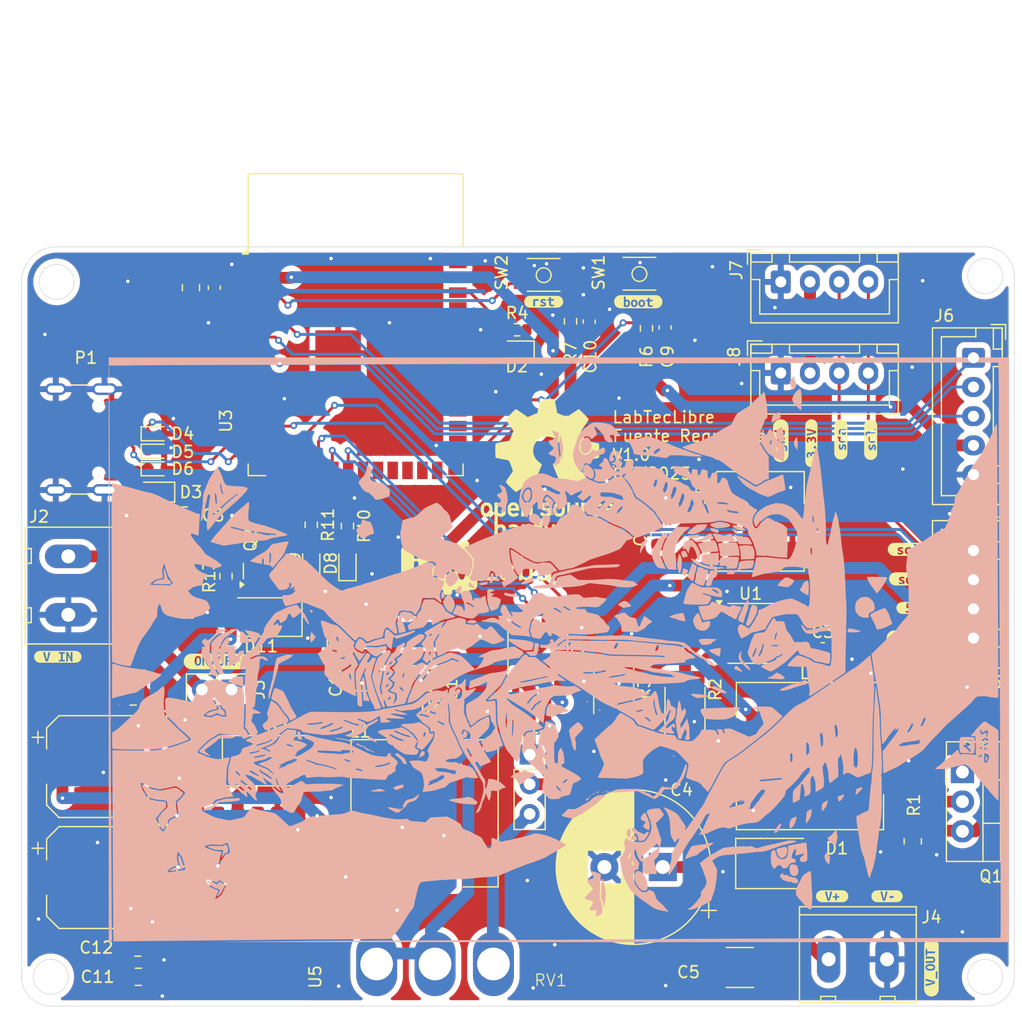
<source format=kicad_pcb>
(kicad_pcb (version 20240108) (generator "pcbnew") (generator_version "8.0")
  (layers (0 "F.Cu" signal) (31 "B.Cu" signal) (34 "B.Paste" user) (35 "F.Paste" user) (36 "B.SilkS" user "B.Silkscreen") (37 "F.SilkS" user "F.Silkscreen") (38 "B.Mask" user) (39 "F.Mask" user) (44 "Edge.Cuts" user))
  (net 0 "")
  (net 1 "VIN_12V")
  (net 2 "GND")
  (net 3 "Net-(U1-REF)")
  (net 4 "V_HV")
  (net 5 "+3V3")
  (net 6 "/V_USB")
  (net 7 "/IO0")
  (net 8 "/RESET")
  (net 9 "Net-(U5-VC)")
  (net 10 "VIN_5V")
  (net 11 "+5V")
  (net 12 "Net-(D1-A)")
  (net 13 "Net-(D2-A)")
  (net 14 "Net-(D3-A)")
  (net 15 "USB_D+")
  (net 16 "USB_D-")
  (net 17 "Net-(D7-K)")
  (net 18 "Net-(D8-A)")
  (net 19 "Net-(D9-A)")
  (net 20 "Net-(F1-Pad1)")
  (net 21 "/VIN")
  (net 22 "R_pot_2")
  (net 23 "R_pot_1")
  (net 24 "FB")
  (net 25 "SDA")
  (net 26 "SCL")
  (net 27 "RS_SW")
  (net 28 "RS_CLK")
  (net 29 "RS_D")
  (net 32 "Net-(Q1-G)")
  (net 33 "Net-(Q1-S)")
  (net 34 "R_pot")
  (net 35 "/IO2")
  (net 36 "LED")
  (net 37 "SPI_CS")
  (net 38 "SPI_MOSI")
  (net 39 "SPI_SCLK")
  (net 48 "U0RXD")
  (net 58 "U0TXD")
  (net 60 "SPI_MISO")
  (net 63 "FB_P")
  (footprint "Capacitor_SMD:C_0805_2012Metric" (layer "F.Cu") (at 60 112.5)
    (property "Reference" "C11")
    (property "Value" "1u")
  )
  (footprint "Resistor_SMD:R_0603_1608Metric" (layer "F.Cu") (at 74.8 73.8 -90)
    (property "Reference" "R11")
    (property "Value" "1k")
  )
  (footprint "Resistor_SMD:R_0603_1608Metric" (layer "F.Cu") (at 103.5 56.975 90)
    (property "Reference" "R6")
    (property "Value" "10K")
  )
  (footprint "Connector_JST:JST_XH_B4B-XH-A_1x04_P2.50mm_Vertical" (layer "F.Cu") (at 115 60.8)
    (property "Reference" "J8")
    (property "Value" "HDR-4x1")
  )
  (footprint "Diode_SMD:D_SMB" (layer "F.Cu") (at 114.8 102.8)
    (property "Reference" "D1")
    (property "Value" "D")
  )
  (footprint "Capacitor_SMD:CP_Elec_8x10.5" (layer "F.Cu") (at 56.5 94.5)
    (property "Reference" "C15")
    (property "Value" "330uF")
  )
  (footprint "kibuzzard-67D7A185" (layer "F.Cu") (at 125.9 75.9)
    (property "Reference" "kibuzzard-67D7A185" (hide yes))
    (property "Value" "G***" (hide yes))
  )
  (footprint "Resistor_SMD:R_0603_1608Metric" (layer "F.Cu") (at 97 56.375 90)
    (property "Reference" "R7")
    (property "Value" "10K")
  )
  (footprint "Inductor_SMD:L_12x12mm_H8mm" (layer "F.Cu") (at 84.5 98.5 90)
    (property "Reference" "L1")
    (property "Value" "47uH")
  )
  (footprint "Capacitor_SMD:C_0603_1608Metric" (layer "F.Cu") (at 66.5 53.5 -90)
    (property "Reference" "C7" (hide yes))
    (property "Value" "100n")
  )
  (footprint "kibuzzard-67D7A0F3" (layer "F.Cu") (at 53.1 85.1)
    (property "Reference" "kibuzzard-67D7A0F3" (hide yes))
    (property "Value" "G***" (hide yes))
  )
  (footprint "Diode_SMD:D_SMA" (layer "F.Cu") (at 70.5 81.7 180)
    (property "Reference" "D11")
    (property "Value" "D_Schottky")
  )
  (footprint "LED_SMD:LED_0603_1608Metric" (layer "F.Cu") (at 77.9 77.1 90)
    (property "Reference" "D8")
    (property "Value" "LED")
  )
  (footprint "LED_SMD:LED_0603_1608Metric" (layer "F.Cu") (at 74.8 77.0875 90)
    (property "Reference" "D9")
    (property "Value" "LED")
  )
  (footprint "Capacitor_SMD:C_0603_1608Metric" (layer "F.Cu") (at 98.6 56.4 -90)
    (property "Reference" "C10")
    (property "Value" "100n")
  )
  (footprint "IoWLabsConnectors:Tb-2x1-5p-TH-V" (layer "F.Cu") (at 121.6 111 180)
    (property "Reference" "J4")
    (property "Value" "VIN")
  )
  (footprint "Package_TO_SOT_THT:TO-220-3_Vertical" (layer "F.Cu") (at 130.555 94.96 -90)
    (property "Reference" "Q1")
    (property "Value" "Q_NMOS_Depletion_GDS")
  )
  (footprint "Connector_JST:JST_XH_B4B-XH-A_1x04_P2.50mm_Vertical" (layer "F.Cu") (at 115 53)
    (property "Reference" "J7")
    (property "Value" "HDR-4x1")
  )
  (footprint "kibuzzard-67D7A162" (layer "F.Cu") (at 66.7 85.5)
    (property "Reference" "kibuzzard-67D7A162" (hide yes))
    (property "Value" "G***" (hide yes))
  )
  (footprint "Connector_JST:JST_XH_B5B-XH-A_1x05_P2.50mm_Vertical" (layer "F.Cu") (at 131.5 59.5 -90)
    (property "Reference" "J6")
    (property "Value" "HDR-5x1")
  )
  (footprint "Connector_USB:USB_C_Receptacle_GCT_USB4105-xx-A_16P_TopMnt_Horizontal" (layer "F.Cu") (at 54 66.5 -90)
    (property "Reference" "P1")
    (property "Value" "USB_C_Plug_USB2.0")
  )
  (footprint "Resistor_SMD:R_0805_2012Metric" (layer "F.Cu") (at 126.3 100.9 -90)
    (property "Reference" "R1")
    (property "Value" "10m")
  )
  (footprint "Capacitor_SMD:C_0805_2012Metric" (layer "F.Cu") (at 63.95 73 180)
    (property "Reference" "C8")
    (property "Value" "10u")
  )
  (footprint "Resistor_SMD:R_0603_1608Metric" (layer "F.Cu") (at 67.5 78.2 90)
    (property "Reference" "R13")
    (property "Value" "10K")
  )
  (footprint "Fuse:Fuse_1206_3216Metric" (layer "F.Cu") (at 62.4 81.1 -90)
    (property "Reference" "F1")
    (property "Value" "FUSE")
  )
  (footprint "Capacitor_SMD:CP_Elec_8x10.5" (layer "F.Cu") (at 56.5 104)
    (property "Reference" "C13")
    (property "Value" "220uF")
  )
  (footprint "Capacitor_SMD:C_0805_2012Metric" (layer "F.Cu") (at 76.9 83.9 -90)
    (property "Reference" "C16")
    (property "Value" "1u")
  )
  (footprint "kibuzzard-67D7A185" (layer "F.Cu") (at 122.7 66.505008 90)
    (property "Reference" "kibuzzard-67D7A185" (hide yes))
    (property "Value" "G***" (hide yes))
  )
  (footprint "IoWLabs:SMD_SWITCH" (layer "F.Cu") (at 102.9 52.3 180)
    (property "Reference" "SW1")
    (property "Value" "SW_DIP_x02")
  )
  (footprint "IoWLabsConnectors:Tb-2x1-5p-TH-V" (layer "F.Cu") (at 54 79 90)
    (property "Reference" "J2")
    (property "Value" "VIN")
  )
  (footprint "IoWLabs:PDB18 - Rotary Potentiometer" (layer "F.Cu") (at 85.4 111.4)
    (property "Reference" "RV1")
    (property "Value" "R_Potentiometer")
  )
  (footprint "Diode_SMD:D_SOD-323" (layer "F.Cu") (at 61.5 71 180)
    (property "Reference" "D3")
    (property "Value" "1N5819WS")
  )
  (footprint "RF_Module:ESP32-S3-WROOM-1" (layer "F.Cu") (at 78.6 56.64)
    (property "Reference" "U3")
    (property "Value" "ESP32-S3-WROOM-1")
  )
  (footprint "Symbol:OSHW-Logo_11.4x12mm_SilkScreen" (layer "F.Cu") (at 95 69)
    (property "Reference" "REF**" (hide yes))
    (property "Value" "OSHW-Logo_11.4x12mm_SilkScreen" (hide yes))
  )
  (footprint "kibuzzard-67D7A0C2" (layer "F.Cu") (at 124.1 105.6)
    (property "Reference" "kibuzzard-67D7A0C2" (hide yes))
    (property "Value" "G***" (hide yes))
  )
  (footprint "Resistor_SMD:R_0603_1608Metric" (layer "F.Cu") (at 75.5 104.175 -90)
    (property "Reference" "R9")
    (property "Value" "3.3K")
  )
  (footprint "Capacitor_THT:CP_Radial_D13.0mm_P5.00mm" (layer "F.Cu") (at 104.9 103.1 180)
    (property "Reference" "C4")
    (property "Value" "47u")
  )
  (footprint "Diode_SMD:D_SMB_Handsoldering" (layer "F.Cu") (at 71.9 94)
    (property "Reference" "D7")
    (property "Value" "B540")
  )
  (footprint "Capacitor_SMD:C_0805_2012Metric" (layer "F.Cu") (at 59.55 88.5)
    (property "Reference" "C14")
    (property "Value" "1u")
  )
  (footprint "Package_SO:SO-8_3.9x4.9mm_P1.27mm" (layer "F.Cu") (at 112.425 83.095)
    (property "Reference" "U1")
    (property "Value" "MAX1771xSA")
  )
  (footprint "kibuzzard-67D7A19B" (layer "F.Cu") (at 120.144318 66.492084 90)
    (property "Reference" "kibuzzard-67D7A19B" (hide yes))
    (property "Value" "G***" (hide yes))
  )
  (footprint "Capacitor_SMD:C_0603_1608Metric" (layer "F.Cu") (at 104.4 74.7 90)
    (property "Reference" "C2")
    (property "Value" "100n")
  )
  (footprint "Resistor_SMD:R_2512_6332Metric" (layer "F.Cu") (at 106.8 89.9 90)
    (property "Reference" "R2")
    (property "Value" "1M")
  )
  (footprint "kibuzzard-67D7A1B2" (layer "F.Cu") (at 115 66.6 90)
    (property "Reference" "kibuzzard-67D7A1B2" (hide yes))
    (property "Value" "G***" (hide yes))
  )
  (footprint "Package_TO_SOT_SMD:SOT-23" (layer "F.Cu") (at 70.55 77.7625 90)
    (property "Reference" "Q2")
    (property "Value" "Q_PMOS_GSD")
  )
  (footprint "Diode_SMD:D_SOD-523" (layer "F.Cu") (at 61.5 66)
    (property "Reference" "D4")
    (property "Value" "LESD5D5.0CT1G")
  )
  (footprint "Resistor_SMD:R_0603_1608Metric" (layer "F.Cu") (at 92.425 57.1)
    (property "Reference" "R4")
    (property "Value" "330")
  )
  (footprint "kibuzzard-67D7A14C" (layer "F.Cu") (at 59.5 76.8 90)
    (property "Reference" "kibuzzard-67D7A14C" (hide yes))
    (property "Value" "G***" (hide yes))
  )
  (footprint "kibuzzard-67D7A229" (layer "F.Cu") (at 117.622886 66.815832 90)
    (property "Reference" "kibuzzard-67D7A229" (hide yes))
    (property "Value" "G***" (hide yes))
  )
  (footprint "Resistor_SMD:R_0603_1608Metric" (layer "F.Cu") (at 75.5 101.175 -90)
    (property "Reference" "R8")
    (property "Value" "10K")
  )
  (footprint "Capacitor_SMD:C_0805_2012Metric" (layer "F.Cu") (at 86.9 84.2 90)
    (property "Reference" "C17")
    (property "Value" "1u")
  )
  (footprint "Connector_JST:JST_XH_B4B-XH-A_1x04_P2.50mm_Vertical" (layer "F.Cu") (at 131.5 76 -90)
    (property "Reference" "J5")
    (property "Value" "HDR-4x1")
  )
  (footprint "Capacitor_SMD:C_0805_2012Metric" (layer "F.Cu") (at 59.95 110)
    (property "Reference" "C12")
    (property "Value" "1u")
  )
  (footprint "Capacitor_SMD:C_0603_1608Metric" (layer "F.Cu") (at 118.6 84.4)
    (property "Reference" "C3")
    (property "Value" "100n")
  )
  (footprint "Diode_SMD:D_SOD-523" (layer "F.Cu") (at 61.5 69)
    (property "Reference" "D6")
    (property "Value" "LESD5D5.0CT1G")
  )
  (footprint "kibuzzard-67D7A0FE" (layer "F.Cu") (at 59.5 81.8 90)
    (property "Reference" "kibuzzard-67D7A0FE" (hide yes))
    (property "Value" "G***" (hide yes))
  )
  (footprint "kibuzzard-67D7A1B2" (layer "F.Cu") (at 125.9 83.5)
    (property "Reference" "kibuzzard-67D7A1B2" (hide yes))
    (property "Value" "G***" (hide yes))
  )
  (footprint "kibuzzard-67D7A19B" (layer "F.Cu") (at 126 78.428379)
    (property "Reference" "kibuzzard-67D7A19B" (hide yes))
    (property "Value" "G***" (hide yes))
  )
  (footprint "Package_SO:SOIC-8_3.9x4.9mm_P1.27mm" (layer "F.Cu") (at 94.2 84.8 -90)
    (property "Reference" "U2")
    (property "Value" "MCP41050")
  )
  (footprint "Resistor_SMD:R_2512_6332Metric" (layer "F.Cu") (at 100.7 87.8 -90)
    (property "Reference" "R3")
    (property "Value" "15K")
  )
  (footprint "kibuzzard-67D7A262" (layer "F.Cu") (at 102.8 54.7)
    (property "Reference" "kibuzzard-67D7A262" (hide yes))
    (property "Value" "G***" (hide yes))
  )
  (footprint "Connector_PinHeader_2.54mm:PinHeader_1x03_P2.54mm_Vertical" (layer "F.Cu") (at 93.5 93.475)
    (property "Reference" "J1")
    (property "Value" "HDR-3x1")
  )
  (footprint "LED_SMD:LED_0603_1608Metric" (layer "F.Cu") (at 92.4 58.8 180)
    (property "Reference" "D2")
    (property "Value" "LED")
  )
  (footprint "Inductor_SMD:L_12x12mm_H6mm" (layer "F.Cu") (at 117.5 93.6)
    (property "Reference" "L2")
    (property "Value" "100uH")
  )
  (footprint "Capacitor_SMD:CP_Elec_8x10" (layer "F.Cu") (at 112.75 73.5)
    (property "Reference" "C1")
    (property "Value" "100u")
  )
  (footprint "kibuzzard-67D7A0B2" (layer "F.Cu") (at 119.4 105.6)
    (property "Reference" "kibuzzard-67D7A0B2" (hide yes))
    (property "Value" "G***" (hide yes))
  )
  (footprint "kibuzzard-67D7A1A6" (layer "F.Cu") (at 126.3 80.913462)
    (property "Reference" "kibuzzard-67D7A1A6" (hide yes))
    (property "Value" "G***" (hide yes))
  )
  (footprint "Package_TO_SOT_SMD:TO-263-5_TabPin3" (layer "F.Cu") (at 68.5 107.875 -90)
    (property "Reference" "U5")
    (property "Value" "XL4015")
  )
  (footprint "IoWLabsLogos:IoWLabs_logo_13mm" (layer "F.Cu") (at 89 77.5)
    (property "Reference" "G***" (hide yes))
    (property "Value" "LOGO" (hide yes))
  )
  (footprint "Diode_SMD:D_SOD-523" (layer "F.Cu") (at 61.5 67.5)
    (property "Reference" "D5")
    (property "Value" "LESD5D5.0CT1G")
  )
  (footprint "kibuzzard-67D7A0EB" (layer "F.Cu") (at 127.9 111.7 90)
    (property "Reference" "kibuzzard-67D7A0EB" (hide yes))
    (property "Value" "G***" (hide yes))
  )
  (footprint "Connector_PinHeader_2.54mm:PinHeader_1x02_P2.54mm_Vertical" (layer "F.Cu") (at 67.975 87.9 -90)
    (property "Reference" "J3")
    (property "Value" "ON OFF")
  )
  (footprint "Capacitor_SMD:C_1812_4532Metric" (layer "F.Cu") (at 111.5 111.7 180)
    (property "Reference" "C5")
    (property "Value" "100n")
  )
  (footprint "Package_TO_SOT_SMD:SOT-223-3_TabPin2" (layer "F.Cu") (at 81.7 86.1 -90)
    (property "Reference" "U6")
    (property "Value" "LM1117MP-3.3")
  )
  (footprint "Capacitor_SMD:C_0805_2012Metric" (layer "F.Cu") (at 64.5 53.5 -90)
    (property "Reference" "C6" (hide yes))
    (property "Value" "10u")
  )
  (footprint "IoWLabs:SMD_SWITCH" (layer "F.Cu") (at 94.7 52.4 180)
    (property "Reference" "SW2")
    (property "Value" "SW_DIP_x02")
  )
  (footprint "Resistor_SMD:R_0603_1608Metric" (layer "F.Cu") (at 77.9 73.9 -90)
    (property "Reference" "R10")
    (property "Value" "1k")
  )
  (footprint "kibuzzard-67D7A27B" (layer "F.Cu") (at 94.7 54.7)
    (property "Reference" "kibuzzard-67D7A27B" (hide yes))
    (property "Value" "G***" (hide yes))
  )
  (footprint "Capacitor_SMD:C_0603_1608Metric" (layer "F.Cu") (at 105.1 56.9 -90)
    (property "Reference" "C9")
    (property "Value" "100n")
  )
  (footprint "IoWLabsLogos:hellboy" (layer "B.Cu") (at 96 84.5 -90)
    (property "Reference" "G***")
    (property "Value" "LOGO" (hide yes))
  )
  (gr_line (start 132.5 50) (end 53 50) (stroke (width 0.05)) (layer "Edge.Cuts"))
  (gr_circle (center 132.5 112.5) (end 132.5 111) (stroke (width 0.05)) (fill none) (layer "Edge.Cuts"))
  (gr_circle (center 132.5 52.5) (end 132.5 51) (stroke (width 0.05)) (fill none) (layer "Edge.Cuts"))
  (gr_arc (start 50 53) (mid 50.87868 50.87868) (end 53 50) (stroke (width 0.05)) (layer "Edge.Cuts"))
  (gr_arc (start 135 112.5) (mid 134.267767 114.267767) (end 132.5 115) (stroke (width 0.05)) (layer "Edge.Cuts"))
  (gr_arc (start 132.5 50) (mid 134.267767 50.732233) (end 135 52.5) (stroke (width 0.05)) (layer "Edge.Cuts"))
  (gr_line (start 50 53) (end 50 112.5) (stroke (width 0.05)) (layer "Edge.Cuts"))
  (gr_line (start 52.5 115) (end 132.5 115) (stroke (width 0.05)) (layer "Edge.Cuts"))
  (gr_arc (start 52.5 115) (mid 50.732233 114.267767) (end 50 112.5) (stroke (width 0.05)) (layer "Edge.Cuts"))
  (gr_line (start 135 112.5) (end 135 52.5) (stroke (width 0.05)) (layer "Edge.Cuts"))
  (gr_circle (center 53 53) (end 53 51.5) (stroke (width 0.05)) (fill none) (layer "Edge.Cuts"))
  (gr_circle (center 52.5 112.5) (end 52.5 111) (stroke (width 0.05)) (fill none) (layer "Edge.Cuts"))
  (gr_text "LabTecLibre\nFuente Regulabre\nV1.0\n03/2025" (at 100.5 70 0) (layer "F.SilkS") (effects (font (size 1 1)) (justify left bottom)))
  (segment (start 65.1 100.225) (end 59.663256 100.225) (width 1.016) (layer "F.Cu") (net 1))
  (segment (start 56.15 107.35) (end 52.8 104) (width 1.016) (layer "F.Cu") (net 1))
  (segment (start 112.55 93.6) (end 112.55 90.15) (width 1.016) (layer "F.Cu") (net 1))
  (segment (start 109.5 76.4) (end 109.5 73.5) (width 1.016) (layer "F.Cu") (net 1))
  (segment (start 105.325 75.475) (end 107.3 73.5) (width 1.016) (layer "F.Cu") (net 1))
  (segment (start 59.663256 100.225) (end 56.15 103.738256) (width 1.016) (layer "F.Cu") (net 1))
  (segment (start 112.55 90.15) (end 112 89.6) (width 1.016) (layer "F.Cu") (net 1))
  (segment (start 104.4 75.475) (end 105.325 75.475) (width 1.016) (layer "F.Cu") (net 1))
  (segment (start 107.3 73.5) (end 109.5 73.5) (width 1.016) (layer "F.Cu") (net 1))
  (segment (start 67.975 89.625) (end 65.1 92.5) (width 1.016) (layer "F.Cu") (net 1))
  (segment (start 59.05 112.5) (end 59.05 110.05) (width 1.016) (layer "F.Cu") (net 1))
  (segment (start 109.027448 82.46) (end 107.8 81.232552) (width 1.016) (layer "F.Cu") (net 1))
  (segment (start 106.9 79) (end 109.5 76.4) (width 1.016) (layer "F.Cu") (net 1))
  (segment (start 105.5 79) (end 106.9 79) (width 1.016) (layer "F.Cu") (net 1))
  (segment (start 59.05 110.05) (end 59 110) (width 1.016) (layer "F.Cu") (net 1))
  (segment (start 59 110) (end 58.8 110) (width 1.016) (layer "F.Cu") (net 1))
  (segment (start 56.15 103.738256) (end 56.15 107.35) (width 1.016) (layer "F.Cu") (net 1))
  (segment (start 58.8 110) (end 56.15 107.35) (width 1.016) (layer "F.Cu") (net 1))
  (segment (start 107.8 81.232552) (end 107.8 78.1) (width 1.016) (layer "F.Cu") (net 1))
  (segment (start 65.1 92.5) (end 65.1 100.225) (width 1.016) (layer "F.Cu") (net 1))
  (segment (start 67.975 87.9) (end 67.975 89.625) (width 1.016) (layer "F.Cu") (net 1))
  (segment (start 109.85 82.46) (end 109.027448 82.46) (width 1.016) (layer "F.Cu") (net 1))
  (via (at 112 89.6) (size 0.6) (drill 0.3) (layers "F.Cu" "B.Cu") (net 1))
  (via (at 105.5 79) (size 0.6) (drill 0.3) (layers "F.Cu" "B.Cu") (net 1))
  (segment (start 70.575 85.3) (end 67.975 87.9) (width 1.016) (layer "B.Cu") (net 1))
  (segment (start 97.8 85.3) (end 97 85.3) (width 1.016) (layer "B.Cu") (net 1))
  (segment (start 105.5 79) (end 104.1 79) (width 1.016) (layer "B.Cu") (net 1))
  (segment (start 107.7 85.3) (end 97 85.3) (width 1.016) (layer "B.Cu") (net 1))
  (segment (start 112 89.6) (end 107.7 85.3) (width 1.016) (layer "B.Cu") (net 1))
  (segment (start 104.1 79) (end 97.8 85.3) (width 1.016) (layer "B.Cu") (net 1))
  (segment (start 97 85.3) (end 70.575 85.3) (width 1.016) (layer "B.Cu") (net 1))
  (segment (start 120.2 84.4) (end 121.1 85.3) (width 1.016) (layer "F.Cu") (net 2))
  (segment (start 62.5 67.5) (end 62.8 67.2) (width 0.254) (layer "F.Cu") (net 2))
  (segment (start 62.2 65.5) (end 63 64.7) (width 0.254) (layer "F.Cu") (net 2))
  (segment (start 93.85 51.65) (end 93.9 51.6) (width 1.016) (layer "F.Cu") (net 2))
  (segment (start 62.2 67.5) (end 62.5 67.5) (width 0.254) (layer "F.Cu") (net 2))
  (segment (start 62.2 66) (end 62.2 65.5) (width 0.254) (layer "F.Cu") (net 2))
  (segment (start 60.2 104) (end 62.5 104) (width 1.016) (layer "F.Cu") (net 2))
  (segment (start 97.95 51.65) (end 98.1 51.8) (width 1.016) (layer "F.Cu") (net 2))
  (segment (start 69.85 51.38) (end 68.12 51.38) (width 0.3048) (layer "F.Cu") (net 2))
  (segment (start 119.375 84.4) (end 120.2 84.4) (width 1.016) (layer "F.Cu") (net 2))
  (segment (start 96.625 51.65) (end 97.95 51.65) (width 1.016) (layer "F.Cu") (net 2))
  (segment (start 92.775 51.65) (end 93.85 51.65) (width 1.016) (layer "F.Cu") (net 2))
  (segment (start 68.12 51.38) (end 68 51.5) (width 0.3048) (layer "F.Cu") (net 2))
  (segment (start 62.5 104) (end 63.4 103.1) (width 1.016) (layer "F.Cu") (net 2))
  (via (at 76.5 97.15) (size 0.6) (drill 0.3) (layers "F.Cu" "B.Cu") (net 2))
  (via (at 108 68.2) (size 0.6) (drill 0.3) (layers "F.Cu" "B.Cu") (net 2))
  (via (at 93.3 104.25) (size 0.6) (drill 0.3) (layers "F.Cu" "B.Cu") (net 2))
  (via (at 99 93.2) (size 0.6) (drill 0.3) (layers "F.Cu" "B.Cu") (net 2))
  (via (at 114.5 55.2) (size 0.6) (drill 0.3) (layers "F.Cu" "B.Cu") (net 2))
  (via (at 89.25 83.35) (size 0.6) (drill 0.3) (layers "F.Cu" "B.Cu") (net 2))
  (via (at 64 90.5) (size 0.6) (drill 0.3) (layers "F.Cu" "B.Cu") (net 2))
  (via (at 128.35 102.05) (size 0.6) (drill 0.3) (layers "F.Cu" "B.Cu") (net 2))
  (via (at 107.65 58) (size 0.6) (drill 0.3) (layers "F.Cu" "B.Cu") (net 2))
  (via (at 100.35 55.35) (size 0.6) (drill 0.3) (layers "F.Cu" "B.Cu") (net 2))
  (via (at 95.65 109.75) (size 0.6) (drill 0.3) (layers "F.Cu" "B.Cu") (net 2))
  (via (at 85.5 67) (size 0.6) (drill 0.3) (layers "F.Cu" "B.Cu") (net 2))
  (via (at 110.4 79.5) (size 0.6) (drill 0.3) (layers "F.Cu" "B.Cu") (net 2))
  (via (at 94.8 70.75) (size 0.6) (drill 0.3) (layers "F.Cu" "B.Cu") (net 2))
  (via (at 76.5 51) (size 0.6) (drill 0.3) (layers "F.Cu" "B.Cu") (net 2))
  (via (at 59.1 52.95) (size 0.6) (drill 0.3) (layers "F.Cu" "B.Cu") (net 2))
  (via (at 94.5 60.9) (size 0.6) (drill 0.3) (layers "F.Cu" "B.Cu") (net 2))
  (via (at 125.453204 69.024489) (size 0.6) (drill 0.3) (layers "F.Cu" "B.Cu") (net 2))
  (via (at 82.25 74.85) (size 0.6) (drill 0.3) (layers "F.Cu" "B.Cu") (net 2))
  (via (at 110.05 103.5) (size 0.6) (drill 0.3) (layers "F.Cu" "B.Cu") (net 2))
  (via (at 68 51.5) (size 0.6) (drill 0.3) (layers "F.Cu" "B.Cu") (net 2))
  (via (at 105.15 71.5) (size 0.6) (drill 0.3) (layers "F.Cu" "B.Cu") (net 2))
  (via (at 98.15 87.2) (size 0.6) (drill 0.3) (layers "F.Cu" "B.Cu") (net 2))
  (via (at 76 79.5) (size 0.6) (drill 0.3) (layers "F.Cu" "B.Cu") (net 2))
  (via (at 59.35 106.65) (size 0.6) (drill 0.3) (layers "F.Cu" "B.Cu") (net 2))
  (via (at 66 56.5) (size 0.6) (drill 0.3) (layers "F.Cu" "B.Cu") (net 2))
  (via (at 68 73) (size 0.6) (drill 0.3) (layers "F.Cu" "B.Cu") (net 2))
  (via (at 80 78) (size 0.6) (drill 0.3) (layers "F.Cu" "B.Cu") (net 2))
  (via (at 125.95 94) (size 0.6) (drill 0.3) (layers "F.Cu" "B.Cu") (net 2))
  (via (at 74.5 83.5) (size 0.6) (drill 0.3) (layers "F.Cu" "B.Cu") (net 2))
  (via (at 56.5 101) (size 0.6) (drill 0.3) (layers "F.Cu" "B.Cu") (net 2))
  (via (at 89.3 57.1) (size 0.6) (drill 0.3) (layers "F.Cu" "B.Cu") (net 2))
  (via (at 79.15 87.35) (size 0.6) (drill 0.3) (layers "F.Cu" "B.Cu") (net 2))
  (via (at 90.6 62.4) (size 0.6) (drill 0.3) (layers "F.Cu" "B.Cu") (net 2))
  (via (at 72.5 63) (size 0.6) (drill 0.3) (layers "F.Cu" "B.Cu") (net 2))
  (via (at 51.45 107.55) (size 0.6) (drill 0.3) (layers "F.Cu" "B.Cu") (net 2))
  (via (at 107.6 90.65) (size 0.6) (drill 0.3) (layers "F.Cu" "B.Cu") (net 2))
  (via (at 122.7 86.5) (size 0.6) (drill 0.3) (layers "F.Cu" "B.Cu") (net 2))
  (via (at 123.55 101.8) (size 0.6) (drill 0.3) (layers "F.Cu" "B.Cu") (net 2))
  (via (at 109.15 51.7) (size 0.6) (drill 0.3) (layers "F.Cu" "B.Cu") (net 2))
  (via (at 89.885799 89.774617) (size 0.6) (drill 0.3) (layers "F.Cu" "B.Cu") (net 2))
  (via (at 73.65 99.9) (size 0.6) (drill 0.3) (layers "F.Cu" "B.Cu") (net 2))
  (via (at 89.7 51.2) (size 0.6) (drill 0.3) (layers "F.Cu" "B.Cu") (net 2))
  (via (at 101.15 62.95) (size 0.6) (drill 0.3) (layers "F.Cu" "B.Cu") (net 2))
  (via (at 57 95) (size 0.6) (drill 0.3) (layers "F.Cu" "B.Cu") (net 2))
  (via (at 111.65 61.7) (size 0.6) (drill 0.3) (layers "F.Cu" "B.Cu") (net 2))
  (via (at 59 73) (size 0.6) (drill 0.3) (layers "F.Cu" "B.Cu") (net 2))
  (via (at 102.95 51.35) (size 0.6) (drill 0.3) (layers "F.Cu" "B.Cu") (net 2))
  (via (at 126.25 60.3) (size 0.6) (drill 0.3) (layers "F.Cu" "B.Cu") (net 2))
  (via (at 86.15 100.4) (size 0.6) (drill 0.3) (layers "F.Cu" "B.Cu") (net 2))
  (via (at 98.1 54.1) (size 0.6) (drill 0.3) (layers "F.Cu" "B.Cu") (net 2))
  (via (at 130.55 108.65) (size 0.6) (drill 0.3) (layers "F.Cu" "B.Cu") (net 2))
  (via (at 63.4 103.1) (size 0.6) (drill 0.3) (layers "F.Cu" "B.Cu") (net 2))
  (via (at 98.1 51.8) (size 0.6) (drill 0.3) (layers "F.Cu" "B.Cu") (net 2))
  (via (at 89 70) (size 0.6) (drill 0.3) (layers "F.Cu" "B.Cu") (net 2))
  (via (at 85 51) (size 0.6) (drill 0.3) (layers "F.Cu" "B.Cu") (net 2))
  (via (at 95.482693 55.844055) (size 0.6) (drill 0.3) (layers "F.Cu" "B.Cu") (net 2))
  (via (at 129.45 72.85) (size 0.6) (drill 0.3) (layers "F.Cu" "B.Cu") (net 2))
  (via (at 77.15 113.3) (size 0.6) (drill 0.3) (layers "F.Cu" "B.Cu") (net 2))
  (via (at 105.15 95.65) (size 0.6) (drill 0.3) (layers "F.Cu" "B.Cu") (net 2))
  (via (at 77.75 103.95) (size 0.6) (drill 0.3) (layers "F.Cu" "B.Cu") (net 2))
  (via (at 62.2 111.05) (size 0.6) (drill 0.3) (layers "F.Cu" "B.Cu") (net 2))
  (via (at 78.5 71.5) (size 0.6) (drill 0.3) (layers "F.Cu" "B.Cu") (net 2))
  (via (at 63.5 95.5) (size 0.6) (drill 0.3) (layers "F.Cu" "B.Cu") (net 2))
  (via (at 115.85 70.6) (size 0.6) (drill 0.3) (layers "F.Cu" "B.Cu") (net 2))
  (via (at 63 64.7) (size 0.6) (drill 0.3) (layers "F.Cu" "B.Cu") (net 2))
  (via (at 81.5 56.5) (size 0.6) (drill 0.3) (layers "F.Cu" "B.Cu") (net 2))
  (via (at 130.95 87.7) (size 0.6) (drill 0.3) (layers "F.Cu" "B.Cu") (net 2))
  (via (at 102.229915 83.126296) (size 0.6) (drill 0.3) (layers "F.Cu" "B.Cu") (net 2))
  (via (at 121.1 85.3) (size 0.6) (drill 0.3) (layers "F.Cu" "B.Cu") (net 2))
  (via (at 94.95 51.45) (size 0.6) (drill 0.3) (layers "F.Cu" "B.Cu") (net 2))
  (via (at 97.95 82.6) (size 0.6) (drill 0.3) (layers "F.Cu" "B.Cu") (net 2))
  (via (at 127.15 52.9) (size 0.6) (drill 0.3) (layers "F.Cu" "B.Cu") (net 2))
  (via (at 60 91) (size 0.6) (drill 0.3) (layers "F.Cu" "B.Cu") (net 2))
  (via (at 93.8 113.45) (size 0.6) (drill 0.3) (layers "F.Cu" "B.Cu") (net 2))
  (via (at 65.9 81.3) (size 0.6) (drill 0.3) (layers "F.Cu" "B.Cu") (net 2))
  (via (at 112.65 98.25) (size 0.6) (drill 0.3) (layers "F.Cu" "B.Cu") (net 2))
  (via (at 62.8 67.2) (size 0.6) (drill 0.3) (layers "F.Cu" "B.Cu") (net 2))
  (via (at 93.9 51.6) (size 0.6) (drill 0.3) (layers "F.Cu" "B.Cu") (net 2))
  (via (at 63.3 98.7) (size 0.6) (drill 0.3) (layers "F.Cu" "B.Cu") (net 2))
  (via (at 109.65 92.3) (size 0.6) (drill 0.3) (layers "F.Cu" "B.Cu") (net 2))
  (via (at 62.05 114.15) (size 0.6) (drill 0.3) (layers "F.Cu" "B.Cu") (net 2))
  (via (at 100.1 70.05) (size 0.6) (drill 0.3) (layers "F.Cu" "B.Cu") (net 2))
  (via (at 87.3 79.8) (size 0.6) (drill 0.3) (layers "F.Cu" "B.Cu") (net 2))
  (via (at 101.15 87.4) (size 0.6) (drill 0.3) (layers "F.Cu" "B.Cu") (net 2))
  (via (at 52 57.5) (size 0.6) (drill 0.3) (layers "F.Cu" "B.Cu") (net 2))
  (via (at 105.15 113.25) (size 0.6) (drill 0.3) (layers "F.Cu" "B.Cu") (net 2))
  (via (at 82.6 99.7) (size 0.6) (drill 0.3) (layers "F.Cu" "B.Cu") (net 2))
  (via (at 82.15 106.8) (size 0.6) (drill 0.3) (layers "F.Cu" "B.Cu") (net 2))
  (segment (start 115 85) (end 117.225 85) (width 1.016) (layer "F.Cu") (net 3))
  (segment (start 117.225 85) (end 117.825 84.4) (width 1.016) (layer "F.Cu") (net 3))
  (segment (start 109 101.6) (end 109 98.3) (width 1.016) (layer "F.Cu") (net 4))
  (segment (start 113.75 106.05) (end 112.65 104.95) (width 1.016) (layer "F.Cu") (net 4))
  (segment (start 109 95.0625) (end 109 98.3) (width 1.016) (layer "F.Cu") (net 4))
  (segment (start 113.55 106.25) (end 113.75 106.05) (width 1.016) (layer "F.Cu") (net 4))
  (segment (start 119.1 111) (end 118.7 111) (width 1.016) (layer "F.Cu") (net 4))
  (segment (start 112.65 102.8) (end 109 99.15) (width 1.016) (layer "F.Cu") (net 4))
  (segment (start 106.8 92.8625) (end 109 95.0625) (width 1.016) (layer "F.Cu") (net 4))
  (segment (start 112.65 104.95) (end 112.65 102.8) (width 1.016) (layer "F.Cu") (net 4))
  (segment (start 107.5 103.1) (end 109 101.6) (width 1.016) (layer "F.Cu") (net 4))
  (segment (start 113.55 111.7) (end 113.55 106.25) (width 1.016) (layer "F.Cu") (net 4))
  (segment (start 118.7 111) (end 113.75 106.05) (width 1.016) (layer "F.Cu") (net 4))
  (segment (start 109 99.15) (end 109 98.3) (width 1.016) (layer "F.Cu") (net 4))
  (segment (start 104.9 103.1) (end 107.5 103.1) (width 1.016) (layer "F.Cu") (net 4))
  (segment (start 66.325 52.55) (end 66.5 52.725) (width 0.3048) (layer "F.Cu") (net 5))
  (segment (start 102.3 57.8) (end 99.2 60.9) (width 1.016) (layer "F.Cu") (net 5))
  (segment (start 117.5 53) (end 117.5 55.7) (width 1.016) (layer "F.Cu") (net 5))
  (segment (start 99.2 60.9) (end 95.9 64.2) (width 1.016) (layer "F.Cu") (net 5))
  (segment (start 64.5 52.55) (end 66.325 52.55) (width 0.3048) (layer "F.Cu") (net 5))
  (segment (start 81.7 82.95) (end 81.7 80.2) (width 1.016) (layer "F.Cu") (net 5))
  (segment (start 126.9 64.4) (end 126.2 63.7) (width 1.016) (layer "F.Cu") (net 5))
  (segment (start 97 63.1) (end 97 60.9) (width 1.016) (layer "F.Cu") (net 5))
  (segment (start 129.5 67) (end 126.9 64.4) (width 1.016) (layer "F.Cu") (net 5))
  (segment (start 73.05 52.65) (end 73.1 52.6) (width 1.016) (layer "F.Cu") (net 5))
  (segment (start 81.7 80.2) (end 95.9 66) (width 1.016) (layer "F.Cu") (net 5))
  (segment (start 97 60.4) (end 97 60.9) (width 1.016) (layer "F.Cu") (net 5))
  (segment (start 126.2 63.7) (end 124.4 63.7) (width 1.016) (layer "F.Cu") (net 5))
  (segment (start 96.105 88.805) (end 96.3 89) (width 1.016) (layer "F.Cu") (net 5))
  (segment (start 115.9 57.3) (end 117.5 55.7) (width 1.016) (layer "F.Cu") (net 5))
  (segment (start 84.2 87.1) (end 83.85 87.1) (width 1.016) (layer "F.Cu") (net 5))
  (segment (start 103.5 57.8) (end 102.3 57.8) (width 1.016) (layer "F.Cu") (net 5))
  (segment (start 96.105 87.275) (end 96.105 88.805) (width 1.016) (layer "F.Cu") (net 5))
  (segment (start 86.9 85.15) (end 83.05 85.15) (width 1.016) (layer "F.Cu") (net 5))
  (segment (start 131.5 67) (end 129.5 67) (width 1.016) (layer "F.Cu") (net 5))
  (segment (start 81.7 76.875) (end 81.7 82.95) (width 0.254) (layer "F.Cu") (net 5))
  (segment (start 83.05 85.15) (end 81.7 86.5) (width 1.016) (layer "F.Cu") (net 5))
  (segment (start 66.575 52.65) (end 66.5 52.725) (width 0.3048) (layer "F.Cu") (net 5))
  (segment (start 95.9 64.2) (end 97 63.1) (width 1.016) (layer "F.Cu") (net 5))
  (segment (start 112.9 57.3) (end 115.9 57.3) (width 1.016) (layer "F.Cu") (net 5))
  (segment (start 95.5 58.9) (end 97 60.4) (width 1.016) (layer "F.Cu") (net 5))
  (segment (start 69.85 52.65) (end 66.575 52.65) (width 0.3048) (layer "F.Cu") (net 5))
  (segment (start 81.7 82.95) (end 81.7 86.5) (width 1.016) (layer "F.Cu") (net 5))
  (segment (start 105.3 62.3) (end 105.05 62.3) (width 1.016) (layer "F.Cu") (net 5))
  (segment (start 81.7 86.5) (end 81.7 89.25) (width 1.016) (layer "F.Cu") (net 5))
  (segment (start 105.05 62.3) (end 103.4 60.65) (width 1.016) (layer "F.Cu") (net 5))
  (segment (start 109.55 60.65) (end 112.9 57.3) (width 1.016) (layer "F.Cu") (net 5))
  (segment (start 97 60.9) (end 97 57.2) (width 1.016) (layer "F.Cu") (net 5))
  (segment (start 95.9 66) (end 95.9 64.2) (width 1.016) (layer "F.Cu") (net 5))
  (segment (start 69.85 52.65) (end 73.05 52.65) (width 1.016) (layer "F.Cu") (net 5))
  (segment (start 117.5 55.7) (end 117.5 60.8) (width 1.016) (layer "F.Cu") (net 5))
  (segment (start 99.2 60.9) (end 99.45 60.65) (width 1.016) (layer "F.Cu") (net 5))
  (segment (start 83.85 87.1) (end 81.7 89.25) (width 1.016) (layer "F.Cu") (net 5))
  (segment (start 99.45 60.65) (end 103.4 60.65) (width 1.016) (layer "F.Cu") (net 5))
  (segment (start 77.9 73.075) (end 81.7 76.875) (width 0.254) (layer "F.Cu") (net 5))
  (segment (start 103.4 60.65) (end 109.55 60.65) (width 1.016) (layer "F.Cu") (net 5))
  (via (at 96.3 89) (size 0.6) (drill 0.3) (layers "F.Cu" "B.Cu") (net 5))
  (via (at 95.5 58.9) (size 0.6) (drill 0.3) (layers "F.Cu" "B.Cu") (net 5))
  (via (at 73.1 52.6) (size 0.6) (drill 0.3) (layers "F.Cu" "B.Cu") (net 5))
  (via (at 84.2 87.1) (size 0.6) (drill 0.3) (layers "F.Cu" "B.Cu") (net 5))
  (via (at 105.3 62.3) (size 0.6) (drill 0.3) (layers "F.Cu" "B.Cu") (net 5))
  (via (at 124.4 63.7) (size 0.6) (drill 0.3) (layers "F.Cu" "B.Cu") (net 5))
  (segment (start 124.4 63.7) (end 106.7 63.7) (width 1.016) (layer "B.Cu") (net 5))
  (segment (start 94.4 87.1) (end 84.2 87.1) (width 1.016) (layer "B.Cu") (net 5))
  (segment (start 90 52.6) (end 95.3 57.9) (width 1.016) (layer "B.Cu") (net 5))
  (segment (start 96.3 89) (end 94.4 87.1) (width 1.016) (layer "B.Cu") (net 5))
  (segment (start 95.5 58.1) (end 95.5 58.9) (width 1.016) (layer "B.Cu") (net 5))
  (segment (start 106.7 63.7) (end 105.3 62.3) (width 1.016) (layer "B.Cu") (net 5))
  (segment (start 95.3 57.9) (end 95.5 58.1) (width 1.016) (layer "B.Cu") (net 5))
  (segment (start 73.1 52.6) (end 90 52.6) (width 1.016) (layer "B.Cu") (net 5))
  (segment (start 64.6 75.4) (end 63 73.8) (width 1.016) (layer "F.Cu") (net 6))
  (segment (start 70.55 76.825) (end 69.125 75.4) (width 1.016) (layer "F.Cu") (net 6))
  (segment (start 62.55 71) (end 62.55 72.55) (width 1.016) (layer "F.Cu") (net 6))
  (segment (start 69.125 75.4) (end 64.6 75.4) (width 1.016) (layer "F.Cu") (net 6))
  (segment (start 63 73.8) (end 63 73) (width 1.016) (layer "F.Cu") (net 6))
  (segment (start 62.55 72.55) (end 63 73) (width 1.016) (layer "F.Cu") (net 6))
  (segment (start 101.5 56.5) (end 103.15 56.5) (width 0.254) (layer "F.Cu") (net 7))
  (segment (start 103.5 54.05) (end 102.5 53.05) (width 0.254) (layer "F.Cu") (net 7))
  (segment (start 103.5 56.15) (end 103.5 54.05) (width 0.254) (layer "F.Cu") (net 7))
  (segment (start 105.1 56.125) (end 103.525 56.125) (width 0.254) (layer "F.Cu") (net 7))
  (segment (start 94.5 63.1) (end 93.6 63.1) (width 0.254) (layer "F.Cu") (net 7))
  (segment (start 102.5 53.05) (end 104.825 53.05) (width 0.254) (layer "F.Cu") (net 7))
  (segment (start 103.15 56.5) (end 103.5 56.15) (width 0.254) (layer "F.Cu") (net 7))
  (segment (start 100.975 53.05) (end 102.5 53.05) (width 0.254) (layer "F.Cu") (net 7))
  (segment (start 88.81 67.89) (end 87.35 67.89) (width 0.254) (layer "F.Cu") (net 7))
  (segment (start 93.6 63.1) (end 88.81 67.89) (width 0.254) (layer "F.Cu") (net 7))
  (segment (start 103.525 56.125) (end 103.5 56.15) (width 0.254) (layer "F.Cu") (net 7))
  (via (at 101.5 56.5) (size 0.6) (drill 0.3) (layers "F.Cu" "B.Cu") (net 7))
  (via (at 94.5 63.1) (size 0.6) (drill 0.3) (layers "F.Cu" "B.Cu") (net 7))
  (segment (start 94.9 63.1) (end 101.5 56.5) (width 0.254) (layer "B.Cu") (net 7))
  (segment (start 94.5 63.1) (end 94.9 63.1) (width 0.254) (layer "B.Cu") (net 7))
  (segment (start 91.75 53.15) (end 90.3 54.6) (width 0.254) (layer "F.Cu") (net 8))
  (segment (start 72.8 55) (end 71.72 53.92) (width 0.254) (layer "F.Cu") (net 8))
  (segment (start 92.775 53.15) (end 94.3 53.15) (width 0.254) (layer "F.Cu") (net 8))
  (segment (start 98.6 55.625) (end 97.075 55.625) (width 0.254) (layer "F.Cu") (net 8))
  (segment (start 97 55.55) (end 94.6 53.15) (width 0.254) (layer "F.Cu") (net 8))
  (segment (start 94.6 53.15) (end 94.3 53.15) (width 0.254) (layer "F.Cu") (net 8))
  (segment (start 97.075 55.625) (end 97 55.55) (width 0.254) (layer "F.Cu") (net 8))
  (segment (start 94.3 53.15) (end 96.625 53.15) (width 0.254) (layer "F.Cu") (net 8))
  (segment (start 71.72 53.92) (end 69.85 53.92) (width 0.254) (layer "F.Cu") (net 8))
  (segment (start 92.775 53.15) (end 91.75 53.15) (width 0.254) (layer "F.Cu") (net 8))
  (via (at 90.3 54.6) (size 0.6) (drill 0.3) (layers "F.Cu" "B.Cu") (net 8))
  (via (at 72.8 55) (size 0.6) (drill 0.3) (layers "F.Cu" "B.Cu") (net 8))
  (segment (start 90.3 54.6) (end 73.2 54.6) (width 0.254) (layer "B.Cu") (net 8))
  (segment (start 73.2 54.6) (end 72.8 55) (width 0.254) (layer "B.Cu") (net 8))
  (segment (start 61.2 109.7) (end 60.9 110) (width 1.016) (layer "F.Cu") (net 9))
  (segment (start 66.8 100.225) (end 66.8 103) (width 1.016) (layer "F.Cu") (net 9))
  (segment (start 61.2 107.8) (end 61.2 109.7) (width 1.016) (layer "F.Cu") (net 9))
  (via (at 66.8 103) (size 0.6) (drill 0.3) (layers "F.Cu" "B.Cu") (net 9))
  (via (at 61.2 107.8) (size 0.6) (drill 0.3) (layers "F.Cu" "B.Cu") (net 9))
  (segment (start 63.8 107.8) (end 61.2 107.8) (width 1.016) (layer "B.Cu") (net 9))
  (segment (start 66.8 103) (end 66.8 104.8) (width 1.016) (layer "B.Cu") (net 9))
  (segment (start 66.8 104.8) (end 63.8 107.8) (width 1.016) (layer "B.Cu") (net 9))
  (segment (start 77.7 100.35) (end 84.5 93.55) (width 1.016) (layer "F.Cu") (net 10))
  (segment (start 67.5 79.025) (end 68.825 79.025) (width 1.016) (layer "F.Cu") (net 10))
  (segment (start 69.6 79.8) (end 69.6 80.6) (width 1.016) (layer "F.Cu") (net 10))
  (segment (start 77.1 100.35) (end 76.95 100.35) (width 1.016) (layer "F.Cu") (net 10))
  (segment (start 67.9 82.3) (end 68.5 81.7) (width 1.016) (layer "F.Cu") (net 10))
  (segment (start 52.8 94.5) (end 55.8 91.5) (width 1.016) (layer "F.Cu") (net 10))
  (segment (start 67.9 83.6) (end 67.9 82.3) (width 1.016) (layer "F.Cu") (net 10))
  (segment (start 75.5 100.35) (end 77.1 100.35) (width 1.016) (layer "F.Cu") (net 10))
  (segment (start 68.825 79.025) (end 69.6 79.8) (width 1.016) (layer "F.Cu") (net 10))
  (segment (start 77.1 100.35) (end 77.7 100.35) (width 1.016) (layer "F.Cu") (net 10))
  (segment (start 53.5 95.2) (end 52.8 94.5) (width 1.016) (layer "F.Cu") (net 10))
  (segment (start 69.6 80.6) (end 68.5 81.7) (width 1.016) (layer "F.Cu") (net 10))
  (segment (start 57.5 91.5) (end 58.6 90.4) (width 1.016) (layer "F.Cu") (net 10))
  (segment (start 58.6 90.4) (end 58.6 88.5) (width 1.016) (layer "F.Cu") (net 10))
  (segment (start 53.5 97.2) (end 53.5 95.2) (width 1.016) (layer "F.Cu") (net 10))
  (segment (start 76.95 100.35) (end 75.3 98.7) (width 1.016) (layer "F.Cu") (net 10))
  (segment (start 55.8 91.5) (end 57.5 91.5) (width 1.016) (layer "F.Cu") (net 10))
  (segment (start 69.6 78.7) (end 69.6 79.8) (width 1.016) (layer "F.Cu") (net 10))
  (via (at 53.5 97.2) (size 0.6) (drill 0.3) (layers "F.Cu" "B.Cu") (net 10))
  (via (at 67.9 83.6) (size 0.6) (drill 0.3) (layers "F.Cu" "B.Cu") (net 10))
  (via (at 75.3 98.7) (size 0.6) (drill 0.3) (layers "F.Cu" "B.Cu") (net 10))
  (segment (start 67.9 83.6) (end 65.5 83.6) (width 1.016) (layer "B.Cu") (net 10))
  (segment (start 75.3 98.7) (end 73.8 97.2) (width 1.016) (layer "B.Cu") (net 10))
  (segment (start 61.5 87.6) (end 61.5 97.2) (width 1.016) (layer "B.Cu") (net 10))
  (segment (start 73.8 97.2) (end 61.5 97.2) (width 1.016) (layer "B.Cu") (net 10))
  (segment (start 65.5 83.6) (end 61.5 87.6) (width 1.016) (layer "B.Cu") (net 10))
  (segment (start 61.5 97.2) (end 53.5 97.2) (width 1.016) (layer "B.Cu") (net 10))
  (segment (start 79.4 82.95) (end 79.4 80.7) (width 1.016) (layer "F.Cu") (net 11))
  (segment (start 74.8 72.975) (end 73.725 72.975) (width 0.254) (layer "F.Cu") (net 11))
  (segment (start 72.5 74.2) (end 72.5 79.7) (width 0.254) (layer "F.Cu") (net 11))
  (segment (start 72.5 81.7) (end 75.65 81.7) (width 1.016) (layer "F.Cu") (net 11))
  (segment (start 72.5 79.7) (end 71.5 78.7) (width 1.016) (layer "F.Cu") (net 11))
  (segment (start 79.4 80.7) (end 79.5 80.6) (width 1.016) (layer "F.Cu") (net 11))
  (segment (start 75.65 81.7) (end 76.9 82.95) (width 1.016) (layer "F.Cu") (net 11))
  (segment (start 73.725 72.975) (end 72.5 74.2) (width 0.254) (layer "F.Cu") (net 11))
  (segment (start 72.5 81.7) (end 72.5 79.7) (width 1.016) (layer "F.Cu") (net 11))
  (segment (start 76.9 82.95) (end 79.4 82.95) (width 1.016) (layer "F.Cu") (net 11))
  (via (at 79.5 80.6) (size 0.6) (drill 0.3) (layers "F.Cu" "B.Cu") (net 11))
  (segment (start 99.692 81.108) (end 103.3 77.5) (width 1.016) (layer "B.Cu") (net 11))
  (segment (start 103.3 77.5) (end 123.4 77.5) (width 1.016) (layer "B.Cu") (net 11))
  (segment (start 79.5 80.6) (end 80.008 81.108) (width 1.016) (layer "B.Cu") (net 11))
  (segment (start 123.4 77.5) (end 126.9 81) (width 1.016) (layer "B.Cu") (net 11))
  (segment (start 126.9 81) (end 131.5 81) (width 1.016) (layer "B.Cu") (net 11))
  (segment (start 80.008 81.108) (end 99.692 81.108) (width 1.016) (layer "B.Cu") (net 11))
  (segment (start 117.875 98.175) (end 122.45 93.6) (width 1.016) (layer "F.Cu") (net 12))
  (segment (start 118.55 97.5) (end 117.875 98.175) (width 1.016) (layer "F.Cu") (net 12))
  (segment (start 116.95 102.8) (end 116.95 99.1) (width 1.016) (layer "F.Cu") (net 12))
  (segment (start 130.555 97.5) (end 118.55 97.5) (width 1.016) (layer "F.Cu") (net 12))
  (segment (start 116.95 99.1) (end 117.875 98.175) (width 1.016) (layer "F.Cu") (net 12))
  (segment (start 93.25 57.1) (end 93.25 57.1625) (width 0.254) (layer "F.Cu") (net 13))
  (segment (start 93.25 57.1625) (end 91.6125 58.8) (width 0.254) (layer "F.Cu") (net 13))
  (segment (start 56.3 64.907778) (end 56.3 68.015592) (width 0.254) (layer "F.Cu") (net 14))
  (segment (start 60.45 69.35) (end 60.8 69) (width 1.016) (layer "F.Cu") (net 14))
  (segment (start 56.3 68.015592) (end 57.184408 68.9) (width 0.254) (layer "F.Cu") (net 14))
  (segment (start 60.45 71) (end 60.45 69.35) (width 1.016) (layer "F.Cu") (net 14))
  (segment (start 57.68 64.1) (end 57.107778 64.1) (width 0.254) (layer "F.Cu") (net 14))
  (segment (start 60 68.9) (end 60.45 69.35) (width 0.3048) (layer "F.Cu") (net 14))
  (segment (start 57.184408 68.9) (end 57.68 68.9) (width 0.254) (layer "F.Cu") (net 14))
  (segment (start 57.107778 64.1) (end 56.3 64.907778) (width 0.254) (layer "F.Cu") (net 14))
  (segment (start 57.68 68.9) (end 60 68.9) (width 0.3048) (layer "F.Cu") (net 14))
  (segment (start 60.55 66.25) (end 60.8 66) (width 0.254) (layer "F.Cu") (net 15))
  (segment (start 60.8 66) (end 60.8 65.4) (width 0.254) (layer "F.Cu") (net 15))
  (segment (start 68.21 67.89) (end 69.85 67.89) (width 0.254) (layer "F.Cu") (net 15))
  (segment (start 67.7 68.4) (end 68.21 67.89) (width 0.254) (layer "F.Cu") (net 15))
  (segment (start 60.8 65.4) (end 61.2 65) (width 0.254) (layer "F.Cu") (net 15))
  (segment (start 57.68 66.25) (end 60.55 66.25) (width 0.254) (layer "F.Cu") (net 15))
  (via (at 61.2 65) (size 0.6) (drill 0.3) (layers "F.Cu" "B.Cu") (net 15))
  (via (at 67.7 68.4) (size 0.6) (drill 0.3) (layers "F.Cu" "B.Cu") (net 15))
  (segment (start 62.1 65) (end 61.2 65) (width 0.254) (layer "B.Cu") (net 15))
  (segment (start 64.8 67.7) (end 62.1 65) (width 0.254) (layer "B.Cu") (net 15))
  (segment (start 67.7 68.4) (end 67 67.7) (width 0.254) (layer "B.Cu") (net 15))
  (segment (start 67 67.7) (end 64.8 67.7) (width 0.254) (layer "B.Cu") (net 15))
  (segment (start 59.1 66.75) (end 59.8 66.75) (width 0.254) (layer "F.Cu") (net 16))
  (segment (start 67.98 66.62) (end 66.2 68.4) (width 0.254) (layer "F.Cu") (net 16))
  (segment (start 59.6 67.2) (end 59.6 67.8) (width 0.254) (layer "F.Cu") (net 16))
  (segment (start 69.85 66.62) (end 67.98 66.62) (width 0.254) (layer "F.Cu") (net 16))
  (segment (start 60.55 67.5) (end 60.8 67.5) (width 0.254) (layer "F.Cu") (net 16))
  (segment (start 59.1 66.75) (end 59.15 66.75) (width 0.254) (layer "F.Cu") (net 16))
  (segment (start 59.15 66.75) (end 59.6 67.2) (width 0.254) (layer "F.Cu") (net 16))
  (segment (start 59.8 66.75) (end 60.55 67.5) (width 0.254) (layer "F.Cu") (net 16))
  (segment (start 57.68 66.75) (end 59.1 66.75) (width 0.254) (layer "F.Cu") (net 16))
  (via (at 66.2 68.4) (size 0.6) (drill 0.3) (layers "F.Cu" "B.Cu") (net 16))
  (via (at 59.6 67.8) (size 0.6) (drill 0.3) (layers "F.Cu" "B.Cu") (net 16))
  (segment (start 60.2 68.4) (end 59.6 67.8) (width 0.254) (layer "B.Cu") (net 16))
  (segment (start 66.2 68.4) (end 60.2 68.4) (width 0.254) (layer "B.Cu") (net 16))
  (segment (start 81.05 103.45) (end 75.125 109.375) (width 1.016) (layer "F.Cu") (net 17))
  (segment (start 84.5 103.45) (end 81.05 103.45) (width 1.016) (layer "F.Cu") (net 17))
  (segment (start 75.125 109.375) (end 68.5 109.375) (width 1.016) (layer "F.Cu") (net 17))
  (segment (start 68.5 100.225) (end 68.5 109.375) (width 1.016) (layer "F.Cu") (net 17))
  (segment (start 69.2 96.3) (end 69.2 94) (width 1.016) (layer "F.Cu") (net 17))
  (segment (start 68.5 97) (end 69.2 96.3) (width 1.016) (layer "F.Cu") (net 17))
  (segment (start 68.5 100.225) (end 68.5 97) (width 1.016) (layer "F.Cu") (net 17))
  (segment (start 77.9 74.725) (end 77.9 76.3125) (width 0.254) (layer "F.Cu") (net 18))
  (segment (start 74.8 74.625) (end 74.8 76.3) (width 0.254) (layer "F.Cu") (net 19))
  (segment (start 62.4 79.7) (end 62.4 78.8) (width 1.016) (layer "F.Cu") (net 20))
  (segment (start 62.4 78.8) (end 60.1 76.5) (width 1.016) (layer "F.Cu") (net 20))
  (segment (start 60.1 76.5) (end 54 76.5) (width 1.016) (layer "F.Cu") (net 20))
  (segment (start 62.4 84.865) (end 62.4 82.5) (width 1.016) (layer "F.Cu") (net 21))
  (segment (start 65.435 87.9) (end 62.4 84.865) (width 1.016) (layer "F.Cu") (net 21))
  (segment (start 90.35 110.35) (end 90.5 110.5) (width 1.016) (layer "B.Cu") (net 22))
  (segment (start 93.5 98.555) (end 90.35 101.705) (width 1.016) (layer "B.Cu") (net 22))
  (segment (start 90.35 101.705) (end 90.35 110.35) (width 1.016) (layer "B.Cu") (net 22))
  (segment (start 93.5 87.775) (end 93 87.275) (width 1.016) (layer "F.Cu") (net 23))
  (segment (start 93.5 93.475) (end 93.5 87.775) (width 1.016) (layer "F.Cu") (net 23))
  (segment (start 92.295 87.275) (end 93.565 87.275) (width 1.016) (layer "F.Cu") (net 23))
  (segment (start 93 87.275) (end 92.295 87.275) (width 1.016) (layer "F.Cu") (net 23))
  (segment (start 71.175 103.5) (end 74.5 103.5) (width 1.016) (layer "F.Cu") (net 24))
  (segment (start 75.5 102.5) (end 75.5 102) (width 1.016) (layer "F.Cu") (net 24))
  (segment (start 74.5 103.5) (end 75.5 102.5) (width 1.016) (layer "F.Cu") (net 24))
  (segment (start 75.5 103.35) (end 75.5 102.5) (width 1.016) (layer "F.Cu") (net 24))
  (segment (start 70.2 102.525) (end 71.175 103.5) (width 1.016) (layer "F.Cu") (net 24))
  (segment (start 70.2 100.225) (end 70.2 102.525) (width 1.016) (layer "F.Cu") (net 24))
  (segment (start 120 53) (end 120 60.8) (width 0.254) (layer "F.Cu") (net 25))
  (segment (start 73.25 65.35) (end 69.85 65.35) (width 0.254) (layer "F.Cu") (net 25))
  (segment (start 120 60.8) (end 120 68.642053) (width 0.254) (layer "F.Cu") (net 25))
  (segment (start 129.857947 78.5) (end 131.5 78.5) (width 0.254) (layer "F.Cu") (net 25))
  (segment (start 120 68.642053) (end 129.857947 78.5) (width 0.254) (layer "F.Cu") (net 25))
  (segment (start 73.3 65.3) (end 73.25 65.35) (width 0.254) (layer "F.Cu") (net 25))
  (via (at 73.3 65.3) (size 0.6) (drill 0.3) (layers "F.Cu" "B.Cu") (net 25))
  (segment (start 125.054 74.654) (end 128.9 78.5) (width 0.254) (layer "B.Cu") (net 25))
  (segment (start 128.9 78.5) (end 131.5 78.5) (width 0.254) (layer "B.Cu") (net 25))
  (segment (start 90.554 74.654) (end 125.054 74.654) (width 0.254) (layer "B.Cu") (net 25))
  (segment (start 73.3 65.3) (end 73.5 65.1) (width 0.254) (layer "B.Cu") (net 25))
  (segment (start 81 65.1) (end 90.554 74.654) (width 0.254) (layer "B.Cu") (net 25))
  (segment (start 73.5 65.1) (end 81 65.1) (width 0.254) (layer "B.Cu") (net 25))
  (segment (start 122.5 70.5) (end 128 76) (width 0.254) (layer "F.Cu") (net 26))
  (segment (start 128 76) (end 131.5 76) (width 0.254) (layer "F.Cu") (net 26))
  (segment (start 74.155 66.218) (end 76.8 63.573) (width 0.254) (layer "F.Cu") (net 26))
  (segment (start 122.5 60.8) (end 122.5 70.5) (width 0.254) (layer "F.Cu") (net 26))
  (segment (start 74.155 69.14) (end 74.155 66.218) (width 0.254) (layer "F.Cu") (net 26))
  (segment (start 122.5 53) (end 122.5 60.8) (width 0.254) (layer "F.Cu") (net 26))
  (via (at 76.8 63.573) (size 0.6) (drill 0.3) (layers "F.Cu" "B.Cu") (net 26))
  (segment (start 127.042053 76) (end 131.5 76) (width 0.254) (layer "B.Cu") (net 26))
  (segment (start 91 74.2) (end 125.242053 74.2) (width 0.254) (layer "B.Cu") (net 26))
  (segment (start 125.242053 74.2) (end 127.042053 76) (width 0.254) (layer "B.Cu") (net 26))
  (segment (start 76.8 63.573) (end 80.373 63.573) (width 0.254) (layer "B.Cu") (net 26))
  (segment (start 80.373 63.573) (end 91 74.2) (width 0.254) (layer "B.Cu") (net 26))
  (segment (start 69.85 59) (end 71.1 59) (width 0.254) (layer "F.Cu") (net 27))
  (segment (start 71.1 59) (end 72.1 60) (width 0.254) (layer "F.Cu") (net 27))
  (via (at 72.1 60) (size 0.6) (drill 0.3) (layers "F.Cu" "B.Cu") (net 27))
  (segment (start 127.784104 64.5) (end 126.542052 65.742053) (width 0.254) (layer "B.Cu") (net 27))
  (segment (start 79.357948 60) (end 72.1 60) (width 0.254) (layer "B.Cu") (net 27))
  (segment (start 85.365948 66.008) (end 79.357948 60) (width 0.254) (layer "B.Cu") (net 27))
  (segment (start 131.5 64.5) (end 127.784104 64.5) (width 0.254) (layer "B.Cu") (net 27))
  (segment (start 126.276105 66.008) (end 85.365948 66.008) (width 0.254) (layer "B.Cu") (net 27))
  (segment (start 126.542052 65.742053) (end 126.276105 66.008) (width 0.254) (layer "B.Cu") (net 27))
  (segment (start 72.56 56.46) (end 73.6 57.5) (width 0.254) (layer "F.Cu") (net 28))
  (segment (start 69.85 56.46) (end 72.56 56.46) (width 0.254) (layer "F.Cu") (net 28))
  (via (at 73.6 57.5) (size 0.6) (drill 0.3) (layers "F.Cu" "B.Cu") (net 28))
  (segment (start 78.2 57.5) (end 73.6 57.5) (width 0.254) (layer "B.Cu") (net 28))
  (segment (start 131.5 59.5) (end 125.9 65.1) (width 0.254) (layer "B.Cu") (net 28))
  (segment (start 125.9 65.1) (end 85.8 65.1) (width 0.254) (layer "B.Cu") (net 28))
  (segment (start 85.8 65.1) (end 78.2 57.5) (width 0.254) (layer "B.Cu") (net 28))
  (segment (start 69.85 57.73) (end 71.73 57.73) (width 0.254) (layer "F.Cu") (net 29))
  (segment (start 71.73 57.73) (end 72 58) (width 0.254) (layer "F.Cu") (net 29))
  (via (at 72 58) (size 0.6) (drill 0.3) (layers "F.Cu" "B.Cu") (net 29))
  (segment (start 129.642052 62) (end 131.5 62) (width 0.254) (layer "B.Cu") (net 29))
  (segment (start 85.554 65.554) (end 126.088052 65.554) (width 0.254) (layer "B.Cu") (net 29))
  (segment (start 72 58) (end 73.2 59.2) (width 0.254) (layer "B.Cu") (net 29))
  (segment (start 79.2 59.2) (end 85.554 65.554) (width 0.254) (layer "B.Cu") (net 29))
  (segment (start 126.088052 65.554) (end 129.642052 62) (width 0.254) (layer "B.Cu") (net 29))
  (segment (start 73.2 59.2) (end 79.2 59.2) (width 0.254) (layer "B.Cu") (net 29))
  (segment (start 112.3 82.3) (end 112.3 84.7) (width 1.016) (layer "F.Cu") (net 32))
  (segment (start 116.6 89) (end 125.75 89) (width 1.016) (layer "F.Cu") (net 32))
  (segment (start 125.75 89) (end 130.555 93.805) (width 1.016) (layer "F.Cu") (net 32))
  (segment (start 130.555 93.805) (end 130.555 94.96) (width 1.016) (layer "F.Cu") (net 32))
  (segment (start 111.19 81.19) (end 112.3 82.3) (width 1.016) (layer "F.Cu") (net 32))
  (segment (start 109.85 81.19) (end 111.19 81.19) (width 1.016) (layer "F.Cu") (net 32))
  (segment (start 112.3 84.7) (end 116.6 89) (width 1.016) (layer "F.Cu") (net 32))
  (segment (start 126.3 99.9875) (end 130.5025 99.9875) (width 1.016) (layer "F.Cu") (net 33))
  (segment (start 131.66 100.04) (end 130.555 100.04) (width 1.016) (layer "F.Cu") (net 33))
  (segment (start 115 81.19) (end 116.61 81.19) (width 1.016) (layer "F.Cu") (net 33))
  (segment (start 119.9 80.7) (end 133 93.8) (width 1.016) (layer "F.Cu") (net 33))
  (segment (start 117.1 80.7) (end 119.9 80.7) (width 1.016) (layer "F.Cu") (net 33))
  (segment (start 133 98.7) (end 131.66 100.04) (width 1.016) (layer "F.Cu") (net 33))
  (segment (start 116.61 81.19) (end 117.1 80.7) (width 1.016) (layer "F.Cu") (net 33))
  (segment (start 130.5025 99.9875) (end 130.555 100.04) (width 1.016) (layer "F.Cu") (net 33))
  (segment (start 133 93.8) (end 133 98.7) (width 1.016) (layer "F.Cu") (net 33))
  (segment (start 94.835 87.275) (end 94.835 85.935) (width 1.016) (layer "F.Cu") (net 34))
  (segment (start 94.835 85.935) (end 95.77 85) (width 1.016) (layer "F.Cu") (net 34))
  (segment (start 94.835 90.635) (end 94.835 87.275) (width 1.016) (layer "F.Cu") (net 34))
  (segment (start 95.77 85) (end 100.5375 85) (width 1.016) (layer "F.Cu") (net 34))
  (segment (start 95.2 91) (end 94.835 90.635) (width 1.016) (layer "F.Cu") (net 34))
  (via (at 95.2 91) (size 0.6) (drill 0.3) (layers "F.Cu" "B.Cu") (net 34))
  (segment (start 94.95 91.25) (end 92.05 91.25) (width 1.016) (layer "B.Cu") (net 34))
  (segment (start 85.05 108.45) (end 85.05 110.5) (width 1.016) (layer "B.Cu") (net 34))
  (segment (start 85.05 110.5) (end 80.5 110.5) (width 1.016) (layer "B.Cu") (net 34))
  (segment (start 92.05 91.25) (end 88.25 95.05) (width 1.016) (layer "B.Cu") (net 34))
  (segment (start 95.2 91) (end 94.95 91.25) (width 1.016) (layer "B.Cu") (net 34))
  (segment (start 88.25 105.25) (end 85.05 108.45) (width 1.016) (layer "B.Cu") (net 34))
  (segment (start 88.25 95.05) (end 88.25 105.25) (width 1.016) (layer "B.Cu") (net 34))
  (segment (start 87.35 53.92) (end 88.42 53.92) (width 0.254) (layer "F.Cu") (net 35))
  (segment (start 88.42 53.92) (end 91.6 57.1) (width 0.254) (layer "F.Cu") (net 35))
  (segment (start 96.105 79.905) (end 94.5 78.3) (width 0.254) (layer "F.Cu") (net 37))
  (segment (start 75.425 66.675) (end 75.425 69.14) (width 0.254) (layer "F.Cu") (net 37))
  (segment (start 96.105 82.325) (end 96.105 79.905) (width 0.254) (layer "F.Cu") (net 37))
  (segment (start 75.7 66.4) (end 75.425 66.675) (width 0.254) (layer "F.Cu") (net 37))
  (via (at 75.7 66.4) (size 0.6) (drill 0.3) (layers "F.Cu" "B.Cu") (net 37))
  (via (at 94.5 78.3) (size 0.6) (drill 0.3) (layers "F.Cu" "B.Cu") (net 37))
  (segment (start 89.7 78.3) (end 94.5 78.3) (width 0.254) (layer "B.Cu") (net 37))
  (segment (start 75.9 66.2) (end 77.6 66.2) (width 0.254) (layer "B.Cu") (net 37))
  (segment (start 77.6 66.2) (end 89.7 78.3) (width 0.254) (layer "B.Cu") (net 37))
  (segment (start 75.7 66.4) (end 75.9 66.2) (width 0.254) (layer "B.Cu") (net 37))
  (segment (start 93.565 80.765) (end 92.9 80.1) (width 0.254) (layer "F.Cu") (net 38))
  (segment (start 76.6 67.427) (end 76.6 69.045) (width 0.254) (layer "F.Cu") (net 38))
  (segment (start 93.565 82.325) (end 93.565 80.765) (width 0.254) (layer "F.Cu") (net 38))
  (segment (start 76.6 69.045) (end 76.695 69.14) (width 0.254) (layer "F.Cu") (net 38))
  (via (at 76.6 67.427) (size 0.6) (drill 0.3) (layers "F.Cu" "B.Cu") (net 38))
  (via (at 92.9 80.1) (size 0.6) (drill 0.3) (layers "F.Cu" "B.Cu") (net 38))
  (segment (start 77.573 68.4) (end 76.6 67.427) (width 0.254) (layer "B.Cu") (net 38))
  (segment (start 78.515895 68.4) (end 77.573 68.4) (width 0.254) (layer "B.Cu") (net 38))
  (segment (start 92.054 79.254) (end 89.369895 79.254) (width 0.254) (layer "B.Cu") (net 38))
  (segment (start 89.369895 79.254) (end 78.515895 68.4) (width 0.254) (layer "B.Cu") (net 38))
  (segment (start 92.9 80.1) (end 92.054 79.254) (width 0.254) (layer "B.Cu") (net 38))
  (segment (start 94.835 80.535) (end 94.835 82.325) (width 0.254) (layer "F.Cu") (net 39))
  (segment (start 77.965 67.451712) (end 77.956644 67.443356) (width 0.254) (layer "F.Cu") (net 39))
  (segment (start 77.965 69.14) (end 77.965 67.451712) (width 0.254) (layer "F.Cu") (net 39))
  (segment (start 93.9 79.6) (end 94.835 80.535) (width 0.254) (layer "F.Cu") (net 39))
  (via (at 93.9 79.6) (size 0.6) (drill 0.3) (layers "F.Cu" "B.Cu") (net 39))
  (via (at 77.956644 67.443356) (size 0.6) (drill 0.3) (layers "F.Cu" "B.Cu") (net 39))
  (segment (start 77.956644 67.443356) (end 78.201304 67.443356) (width 0.254) (layer "B.Cu") (net 39))
  (segment (start 78.201304 67.443356) (end 89.557948 78.8) (width 0.254) (layer "B.Cu") (net 39))
  (segment (start 93.1 78.8) (end 93.9 79.6) (width 0.254) (layer "B.Cu") (net 39))
  (segment (start 89.557948 78.8) (end 93.1 78.8) (width 0.254) (layer "B.Cu") (net 39))
  (segment (start 99.685 96.015) (end 93.5 96.015) (width 1.016) (layer "F.Cu") (net 63))
  (segment (start 106.8 86.9375) (end 106.8 88.9) (width 1.016) (layer "F.Cu") (net 63))
  (segment (start 106.8 85) (end 106.8 86.9375) (width 1.016) (layer "F.Cu") (net 63))
  (segment (start 106.8 88.9) (end 99.685 96.015) (width 1.016) (layer "F.Cu") (net 63))
  (segment (start 108.07 83.73) (end 106.8 85) (width 1.016) (layer "F.Cu") (net 63))
  (segment (start 109.85 83.73) (end 108.07 83.73) (width 1.016) (layer "F.Cu") (net 63))
  (zone (net 2) (net_name "GND") (layers "F&B.Cu") (connect_pads (clearance 0.5)) (min_thickness 0.25) (fill yes (thermal_gap 0.5) (thermal_bridge_width 0.5))
    (polygon (pts (xy 50 50) (xy 135 50) (xy 135 115) (xy 50 115)))
  )
)
</source>
